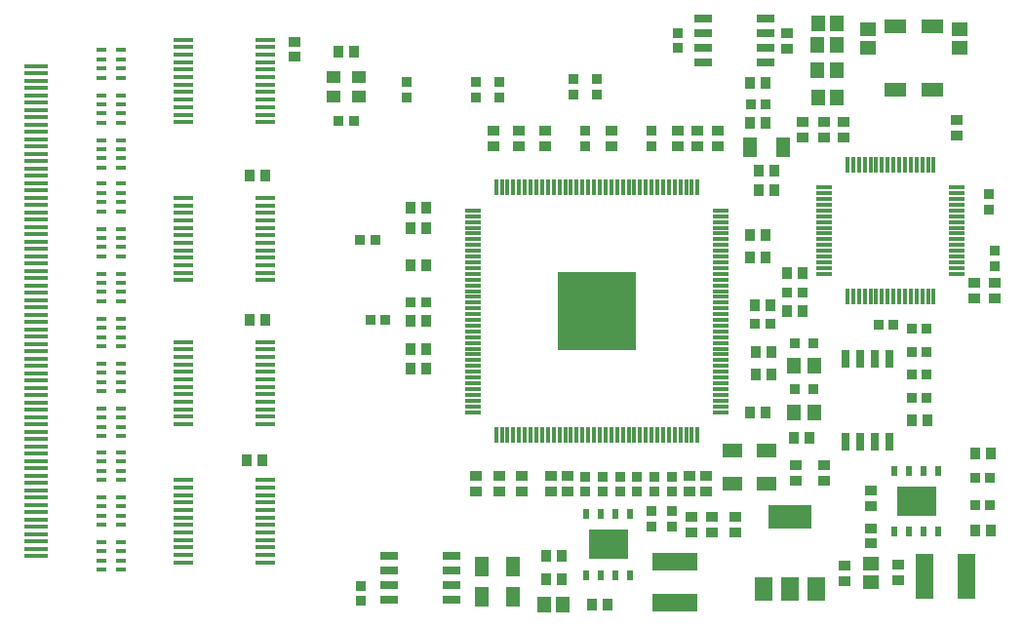
<source format=gtp>
G04*
G04 #@! TF.GenerationSoftware,Altium Limited,Altium Designer,24.2.2 (26)*
G04*
G04 Layer_Color=8421504*
%FSLAX44Y44*%
%MOMM*%
G71*
G04*
G04 #@! TF.SameCoordinates,00A82A7E-E9F6-4F9A-BCAE-F82A0DBAF845*
G04*
G04*
G04 #@! TF.FilePolarity,Positive*
G04*
G01*
G75*
%ADD18R,0.9000X1.0000*%
%ADD19R,0.9500X0.8500*%
%ADD20R,0.5100X0.9000*%
%ADD21R,3.5000X2.6000*%
%ADD22R,1.0000X0.9000*%
%ADD23R,0.8500X0.9500*%
%ADD24R,1.1500X1.3500*%
%ADD25R,0.6500X1.6500*%
%ADD26R,1.8000X1.3000*%
%ADD27R,1.5000X4.0000*%
%ADD28R,1.3000X1.4000*%
%ADD29R,1.4000X1.3000*%
%ADD30R,1.2300X1.8000*%
%ADD31R,1.5250X0.7000*%
%ADD32R,1.3000X1.1000*%
%ADD33R,1.8000X0.4500*%
%ADD34R,0.9000X0.4500*%
%ADD35R,2.0000X0.3800*%
%ADD36R,0.3000X1.4750*%
%ADD37R,1.4750X0.3000*%
%ADD38R,4.0000X1.5000*%
%ADD39R,1.5000X2.0000*%
%ADD40R,3.8000X2.0000*%
%ADD41R,0.9000X0.9500*%
%ADD42R,6.8500X6.8500*%
%ADD43R,1.2000X1.4000*%
%ADD44R,1.9000X1.3000*%
%ADD45R,1.3000X1.8000*%
D18*
X838250Y415000D02*
D03*
X851750D02*
D03*
Y435000D02*
D03*
X838250D02*
D03*
X833250Y517000D02*
D03*
X846750D02*
D03*
X833250Y536000D02*
D03*
X846750D02*
D03*
X870750Y360000D02*
D03*
X884250D02*
D03*
X833250Y382500D02*
D03*
X846750D02*
D03*
X1041750Y346500D02*
D03*
X1028250D02*
D03*
X655750Y237500D02*
D03*
X669250D02*
D03*
Y257500D02*
D03*
X655750D02*
D03*
X709250Y215000D02*
D03*
X695750D02*
D03*
X1041750Y280000D02*
D03*
X1028250D02*
D03*
X551750Y462000D02*
D03*
X538250D02*
D03*
X551750Y420000D02*
D03*
X538250D02*
D03*
X551750Y560000D02*
D03*
X538250D02*
D03*
X551750Y542500D02*
D03*
X538250D02*
D03*
Y510000D02*
D03*
X551750D02*
D03*
X411750Y587500D02*
D03*
X398250D02*
D03*
X411750Y462500D02*
D03*
X398250D02*
D03*
X409750Y341000D02*
D03*
X396250D02*
D03*
X840750Y592500D02*
D03*
X854250D02*
D03*
X865250Y503000D02*
D03*
X878750D02*
D03*
X846750Y668000D02*
D03*
X833250D02*
D03*
X475750Y695000D02*
D03*
X489250D02*
D03*
X986750Y375000D02*
D03*
X973250D02*
D03*
X538250Y437500D02*
D03*
X551750D02*
D03*
X850750Y475000D02*
D03*
X837250D02*
D03*
X840750Y575000D02*
D03*
X854250D02*
D03*
X865250Y470000D02*
D03*
X878750D02*
D03*
X846750Y634000D02*
D03*
X833250D02*
D03*
D19*
X747500Y283326D02*
D03*
Y296326D02*
D03*
X765000Y296326D02*
D03*
Y283326D02*
D03*
X690000Y326500D02*
D03*
Y313500D02*
D03*
X705000Y313500D02*
D03*
Y326500D02*
D03*
X720000Y313500D02*
D03*
Y326500D02*
D03*
X735000Y313500D02*
D03*
Y326500D02*
D03*
X750000Y326500D02*
D03*
Y313500D02*
D03*
X765000Y313500D02*
D03*
Y326500D02*
D03*
X770000Y698500D02*
D03*
Y711500D02*
D03*
X747000Y626500D02*
D03*
Y613500D02*
D03*
X690000Y626500D02*
D03*
Y613500D02*
D03*
X700000Y658500D02*
D03*
Y671500D02*
D03*
X680000Y658500D02*
D03*
Y671500D02*
D03*
X535000Y656000D02*
D03*
Y669000D02*
D03*
X1045000Y509500D02*
D03*
Y522500D02*
D03*
X615000Y656000D02*
D03*
Y669000D02*
D03*
X595000Y656000D02*
D03*
Y669000D02*
D03*
X495000Y218500D02*
D03*
Y231500D02*
D03*
X1040000Y558500D02*
D03*
Y571500D02*
D03*
D20*
X729050Y294000D02*
D03*
X716350D02*
D03*
X703650D02*
D03*
X690950D02*
D03*
Y241000D02*
D03*
X703650D02*
D03*
X716350D02*
D03*
X729050D02*
D03*
X996550Y331500D02*
D03*
X983850D02*
D03*
X971150D02*
D03*
X958450D02*
D03*
Y278500D02*
D03*
X971150D02*
D03*
X983850D02*
D03*
X996550D02*
D03*
D21*
X710000Y267500D02*
D03*
X977500Y305000D02*
D03*
D22*
X782500Y291750D02*
D03*
Y278250D02*
D03*
X780000Y326750D02*
D03*
Y313250D02*
D03*
X795000D02*
D03*
Y326750D02*
D03*
X820000Y278250D02*
D03*
Y291750D02*
D03*
X800000D02*
D03*
Y278250D02*
D03*
X872500Y336750D02*
D03*
Y323250D02*
D03*
X897500Y336750D02*
D03*
Y323250D02*
D03*
X675000Y326750D02*
D03*
Y313250D02*
D03*
X660000Y326750D02*
D03*
Y313250D02*
D03*
X635000Y326750D02*
D03*
Y313250D02*
D03*
X615000Y326750D02*
D03*
Y313250D02*
D03*
X595000Y326750D02*
D03*
Y313250D02*
D03*
X937500Y314250D02*
D03*
Y300750D02*
D03*
Y281750D02*
D03*
Y268250D02*
D03*
X915000Y235750D02*
D03*
Y249250D02*
D03*
X962000Y236250D02*
D03*
Y249750D02*
D03*
X865000Y711750D02*
D03*
Y698250D02*
D03*
X787000Y613250D02*
D03*
Y626750D02*
D03*
X805000Y613250D02*
D03*
Y626750D02*
D03*
X712500Y613250D02*
D03*
Y626750D02*
D03*
X655000Y613250D02*
D03*
Y626750D02*
D03*
X610000Y613250D02*
D03*
Y626750D02*
D03*
X437500Y704250D02*
D03*
Y690750D02*
D03*
X897000Y634750D02*
D03*
Y621250D02*
D03*
X1045000Y481250D02*
D03*
Y494750D02*
D03*
X1012000Y635750D02*
D03*
Y622250D02*
D03*
X632500Y626750D02*
D03*
Y613250D02*
D03*
X1028000Y494750D02*
D03*
Y481250D02*
D03*
X914000Y634750D02*
D03*
Y621250D02*
D03*
X770000Y626750D02*
D03*
Y613250D02*
D03*
X879000Y634750D02*
D03*
Y621250D02*
D03*
D23*
X986500Y455000D02*
D03*
X973500D02*
D03*
X850500Y459000D02*
D03*
X837500D02*
D03*
X957500Y458000D02*
D03*
X944500D02*
D03*
X1041500Y302000D02*
D03*
X1028500D02*
D03*
X1041500Y325000D02*
D03*
X1028500D02*
D03*
X494500Y532000D02*
D03*
X507500D02*
D03*
X516500Y462500D02*
D03*
X503500D02*
D03*
X538500Y478000D02*
D03*
X551500D02*
D03*
X489000Y635000D02*
D03*
X476000D02*
D03*
X878500Y486000D02*
D03*
X865500D02*
D03*
X833500Y650000D02*
D03*
X846500D02*
D03*
X973500Y435000D02*
D03*
X986500D02*
D03*
X986500Y415000D02*
D03*
X973500D02*
D03*
X986500Y395000D02*
D03*
X973500D02*
D03*
D24*
X888750Y422500D02*
D03*
X871250D02*
D03*
X888750Y382500D02*
D03*
X871250D02*
D03*
D25*
X915950Y428500D02*
D03*
X928650D02*
D03*
X941350D02*
D03*
X954050D02*
D03*
Y356500D02*
D03*
X941350D02*
D03*
X928650D02*
D03*
X915950D02*
D03*
D26*
X847500Y349500D02*
D03*
Y320500D02*
D03*
X817500D02*
D03*
Y349500D02*
D03*
D27*
X984500Y240000D02*
D03*
X1020500D02*
D03*
D28*
X654500Y215000D02*
D03*
X670500D02*
D03*
X892000Y656000D02*
D03*
X908000D02*
D03*
X908000Y720000D02*
D03*
X892000D02*
D03*
D29*
X937500Y234500D02*
D03*
Y250500D02*
D03*
X935000Y699000D02*
D03*
Y715000D02*
D03*
X1015000Y699000D02*
D03*
Y715000D02*
D03*
D30*
X627500Y221900D02*
D03*
Y248100D02*
D03*
X600000Y221900D02*
D03*
Y248100D02*
D03*
D31*
X791880Y724050D02*
D03*
Y711350D02*
D03*
Y698650D02*
D03*
Y685950D02*
D03*
X846120D02*
D03*
Y698650D02*
D03*
Y711350D02*
D03*
Y724050D02*
D03*
X574120Y257550D02*
D03*
Y244850D02*
D03*
Y232150D02*
D03*
Y219450D02*
D03*
X519880D02*
D03*
Y232150D02*
D03*
Y244850D02*
D03*
Y257550D02*
D03*
D32*
X493500Y673500D02*
D03*
Y656500D02*
D03*
X471500Y673500D02*
D03*
Y656500D02*
D03*
D33*
X341200Y705750D02*
D03*
Y699250D02*
D03*
Y692750D02*
D03*
Y686250D02*
D03*
Y679750D02*
D03*
Y673250D02*
D03*
Y666750D02*
D03*
Y660250D02*
D03*
Y653750D02*
D03*
Y647250D02*
D03*
Y640750D02*
D03*
Y634250D02*
D03*
X412200D02*
D03*
Y640750D02*
D03*
Y647250D02*
D03*
Y653750D02*
D03*
Y660250D02*
D03*
Y666750D02*
D03*
Y673250D02*
D03*
Y679750D02*
D03*
Y686250D02*
D03*
Y692750D02*
D03*
Y699250D02*
D03*
Y705750D02*
D03*
Y568450D02*
D03*
Y561950D02*
D03*
Y555450D02*
D03*
Y548950D02*
D03*
Y542450D02*
D03*
Y535950D02*
D03*
Y529450D02*
D03*
Y522950D02*
D03*
Y516450D02*
D03*
Y509950D02*
D03*
Y503450D02*
D03*
Y496950D02*
D03*
X341200D02*
D03*
Y503450D02*
D03*
Y509950D02*
D03*
Y516450D02*
D03*
Y522950D02*
D03*
Y529450D02*
D03*
Y535950D02*
D03*
Y542450D02*
D03*
Y548950D02*
D03*
Y555450D02*
D03*
Y561950D02*
D03*
Y568450D02*
D03*
X412200Y443450D02*
D03*
Y436950D02*
D03*
Y430450D02*
D03*
Y423950D02*
D03*
Y417450D02*
D03*
Y410950D02*
D03*
Y404450D02*
D03*
Y397950D02*
D03*
Y391450D02*
D03*
Y384950D02*
D03*
Y378450D02*
D03*
Y371950D02*
D03*
X341200D02*
D03*
Y378450D02*
D03*
Y384950D02*
D03*
Y391450D02*
D03*
Y397950D02*
D03*
Y404450D02*
D03*
Y410950D02*
D03*
Y417450D02*
D03*
Y423950D02*
D03*
Y430450D02*
D03*
Y436950D02*
D03*
Y443450D02*
D03*
X412200Y323450D02*
D03*
Y316950D02*
D03*
Y310450D02*
D03*
Y303950D02*
D03*
Y297450D02*
D03*
Y290950D02*
D03*
Y284450D02*
D03*
Y277950D02*
D03*
Y271450D02*
D03*
Y264950D02*
D03*
Y258450D02*
D03*
Y251950D02*
D03*
X341200D02*
D03*
Y258450D02*
D03*
Y264950D02*
D03*
Y271450D02*
D03*
Y277950D02*
D03*
Y284450D02*
D03*
Y290950D02*
D03*
Y297450D02*
D03*
Y303950D02*
D03*
Y310450D02*
D03*
Y316950D02*
D03*
Y323450D02*
D03*
D34*
X287200Y253700D02*
D03*
Y245700D02*
D03*
Y269700D02*
D03*
Y261700D02*
D03*
X270200D02*
D03*
Y269700D02*
D03*
Y245700D02*
D03*
Y253700D02*
D03*
X287200Y369700D02*
D03*
Y361700D02*
D03*
Y385700D02*
D03*
Y377700D02*
D03*
X270200D02*
D03*
Y385700D02*
D03*
Y361700D02*
D03*
Y369700D02*
D03*
X287200Y331700D02*
D03*
Y323700D02*
D03*
Y347700D02*
D03*
Y339700D02*
D03*
X270200D02*
D03*
Y347700D02*
D03*
Y323700D02*
D03*
Y331700D02*
D03*
X287200Y408700D02*
D03*
Y400700D02*
D03*
Y424700D02*
D03*
Y416700D02*
D03*
X270200D02*
D03*
Y424700D02*
D03*
Y400700D02*
D03*
Y408700D02*
D03*
X287200Y447700D02*
D03*
Y439700D02*
D03*
Y463700D02*
D03*
Y455700D02*
D03*
X270200D02*
D03*
Y463700D02*
D03*
Y439700D02*
D03*
Y447700D02*
D03*
X287200Y486700D02*
D03*
Y478700D02*
D03*
Y502700D02*
D03*
Y494700D02*
D03*
X270200D02*
D03*
Y502700D02*
D03*
Y478700D02*
D03*
Y486700D02*
D03*
X287200Y525700D02*
D03*
Y517700D02*
D03*
Y541700D02*
D03*
Y533700D02*
D03*
X270200D02*
D03*
Y541700D02*
D03*
Y517700D02*
D03*
Y525700D02*
D03*
X287200Y564700D02*
D03*
Y556700D02*
D03*
Y580700D02*
D03*
Y572700D02*
D03*
X270200D02*
D03*
Y580700D02*
D03*
Y556700D02*
D03*
Y564700D02*
D03*
X287200Y602700D02*
D03*
Y594700D02*
D03*
Y618700D02*
D03*
Y610700D02*
D03*
X270200D02*
D03*
Y618700D02*
D03*
Y594700D02*
D03*
Y602700D02*
D03*
X287200Y641700D02*
D03*
Y633700D02*
D03*
Y657700D02*
D03*
Y649700D02*
D03*
X270200D02*
D03*
Y657700D02*
D03*
Y633700D02*
D03*
Y641700D02*
D03*
X287200Y680700D02*
D03*
Y672700D02*
D03*
Y696700D02*
D03*
Y688700D02*
D03*
X270200D02*
D03*
Y696700D02*
D03*
Y672700D02*
D03*
Y680700D02*
D03*
X287200Y292700D02*
D03*
Y284700D02*
D03*
Y308700D02*
D03*
Y300700D02*
D03*
X270200D02*
D03*
Y308700D02*
D03*
Y284700D02*
D03*
Y292700D02*
D03*
D35*
X213000Y257275D02*
D03*
Y269975D02*
D03*
Y282675D02*
D03*
Y295375D02*
D03*
Y308075D02*
D03*
Y320775D02*
D03*
Y333475D02*
D03*
Y346175D02*
D03*
Y358875D02*
D03*
Y371575D02*
D03*
Y384275D02*
D03*
Y396975D02*
D03*
Y409675D02*
D03*
Y422375D02*
D03*
Y435075D02*
D03*
Y447775D02*
D03*
Y460475D02*
D03*
Y473175D02*
D03*
Y485875D02*
D03*
Y498575D02*
D03*
Y511275D02*
D03*
Y523975D02*
D03*
Y536675D02*
D03*
Y549375D02*
D03*
Y562075D02*
D03*
Y574775D02*
D03*
Y587475D02*
D03*
Y600175D02*
D03*
Y612875D02*
D03*
Y650975D02*
D03*
Y663675D02*
D03*
Y676375D02*
D03*
Y263625D02*
D03*
Y276325D02*
D03*
Y289025D02*
D03*
Y301725D02*
D03*
Y314425D02*
D03*
Y327125D02*
D03*
Y339825D02*
D03*
Y352525D02*
D03*
Y365225D02*
D03*
Y377925D02*
D03*
Y390625D02*
D03*
Y403325D02*
D03*
Y416025D02*
D03*
Y428725D02*
D03*
Y441425D02*
D03*
Y454125D02*
D03*
Y466825D02*
D03*
Y479525D02*
D03*
Y492225D02*
D03*
Y504925D02*
D03*
Y517625D02*
D03*
Y530325D02*
D03*
Y543025D02*
D03*
Y555725D02*
D03*
Y568425D02*
D03*
Y581125D02*
D03*
Y593825D02*
D03*
Y606525D02*
D03*
Y619225D02*
D03*
Y657325D02*
D03*
Y670025D02*
D03*
Y682725D02*
D03*
Y625575D02*
D03*
Y631925D02*
D03*
Y638275D02*
D03*
Y644625D02*
D03*
D36*
X922500Y597380D02*
D03*
X937500D02*
D03*
X992500D02*
D03*
X987500D02*
D03*
X982500D02*
D03*
X977500D02*
D03*
X972500D02*
D03*
X967500D02*
D03*
X962500D02*
D03*
X957500D02*
D03*
X942500D02*
D03*
X932500D02*
D03*
X927500D02*
D03*
X917500D02*
D03*
Y482620D02*
D03*
X922500D02*
D03*
X927500D02*
D03*
X932500D02*
D03*
X937500D02*
D03*
X942500D02*
D03*
X947500D02*
D03*
X952500D02*
D03*
X957500D02*
D03*
X962500D02*
D03*
X967500D02*
D03*
X972500D02*
D03*
X977500D02*
D03*
X982500D02*
D03*
X987500D02*
D03*
X992500D02*
D03*
X947500Y597380D02*
D03*
X952500D02*
D03*
X747500Y577380D02*
D03*
X627500D02*
D03*
X787500D02*
D03*
X782500D02*
D03*
X777500D02*
D03*
X772500D02*
D03*
X767500D02*
D03*
X762500D02*
D03*
X757500D02*
D03*
X752500D02*
D03*
X742500D02*
D03*
X737500D02*
D03*
X732500D02*
D03*
X727500D02*
D03*
X722500D02*
D03*
X717500D02*
D03*
X712500D02*
D03*
X707500D02*
D03*
X702500D02*
D03*
X697500D02*
D03*
X692500D02*
D03*
X687500D02*
D03*
X682500D02*
D03*
X677500D02*
D03*
X672500D02*
D03*
X667500D02*
D03*
X662500D02*
D03*
X657500D02*
D03*
X652500D02*
D03*
X647500D02*
D03*
X642500D02*
D03*
X637500D02*
D03*
X632500D02*
D03*
X622500D02*
D03*
X617500D02*
D03*
X612500D02*
D03*
Y362620D02*
D03*
X617500D02*
D03*
X622500D02*
D03*
X627500D02*
D03*
X632500D02*
D03*
X637500D02*
D03*
X642500D02*
D03*
X647500D02*
D03*
X652500D02*
D03*
X657500D02*
D03*
X662500D02*
D03*
X667500D02*
D03*
X672500D02*
D03*
X677500D02*
D03*
X682500D02*
D03*
X687500D02*
D03*
X692500D02*
D03*
X697500D02*
D03*
X702500D02*
D03*
X707500D02*
D03*
X712500D02*
D03*
X717500D02*
D03*
X722500D02*
D03*
X727500D02*
D03*
X732500D02*
D03*
X737500D02*
D03*
X742500D02*
D03*
X747500D02*
D03*
X752500D02*
D03*
X757500D02*
D03*
X762500D02*
D03*
X767500D02*
D03*
X772500D02*
D03*
X777500D02*
D03*
X782500D02*
D03*
X787500D02*
D03*
D37*
X897620Y572500D02*
D03*
X1012380D02*
D03*
X897620Y577500D02*
D03*
Y567500D02*
D03*
Y562500D02*
D03*
Y557500D02*
D03*
Y552500D02*
D03*
Y547500D02*
D03*
Y542500D02*
D03*
Y537500D02*
D03*
Y532500D02*
D03*
Y527500D02*
D03*
Y522500D02*
D03*
Y517500D02*
D03*
Y512500D02*
D03*
Y507500D02*
D03*
Y502500D02*
D03*
X1012380D02*
D03*
Y507500D02*
D03*
Y512500D02*
D03*
Y517500D02*
D03*
Y522500D02*
D03*
Y527500D02*
D03*
Y532500D02*
D03*
Y537500D02*
D03*
Y542500D02*
D03*
Y547500D02*
D03*
Y552500D02*
D03*
Y557500D02*
D03*
Y562500D02*
D03*
Y567500D02*
D03*
Y577500D02*
D03*
X592620Y527500D02*
D03*
Y477500D02*
D03*
X807380Y472500D02*
D03*
X592620Y532500D02*
D03*
Y547500D02*
D03*
Y557500D02*
D03*
Y552500D02*
D03*
Y542500D02*
D03*
Y537500D02*
D03*
Y522500D02*
D03*
Y517500D02*
D03*
Y512500D02*
D03*
Y507500D02*
D03*
Y502500D02*
D03*
Y497500D02*
D03*
Y492500D02*
D03*
Y487500D02*
D03*
Y482500D02*
D03*
Y472500D02*
D03*
Y467500D02*
D03*
Y462500D02*
D03*
Y457500D02*
D03*
Y452500D02*
D03*
Y447500D02*
D03*
Y442500D02*
D03*
Y437500D02*
D03*
Y432500D02*
D03*
Y427500D02*
D03*
Y422500D02*
D03*
Y417500D02*
D03*
Y412500D02*
D03*
Y407500D02*
D03*
Y402500D02*
D03*
Y397500D02*
D03*
Y392500D02*
D03*
Y387500D02*
D03*
Y382500D02*
D03*
X807380D02*
D03*
Y387500D02*
D03*
Y392500D02*
D03*
Y397500D02*
D03*
Y402500D02*
D03*
Y407500D02*
D03*
Y412500D02*
D03*
Y417500D02*
D03*
Y422500D02*
D03*
Y427500D02*
D03*
Y432500D02*
D03*
Y437500D02*
D03*
Y442500D02*
D03*
Y447500D02*
D03*
Y452500D02*
D03*
Y457500D02*
D03*
Y462500D02*
D03*
Y467500D02*
D03*
Y477500D02*
D03*
Y482500D02*
D03*
Y487500D02*
D03*
Y492500D02*
D03*
Y497500D02*
D03*
Y502500D02*
D03*
Y507500D02*
D03*
Y512500D02*
D03*
Y517500D02*
D03*
Y522500D02*
D03*
Y527500D02*
D03*
Y532500D02*
D03*
Y537500D02*
D03*
Y542500D02*
D03*
Y547500D02*
D03*
Y552500D02*
D03*
Y557500D02*
D03*
D38*
X767500Y253000D02*
D03*
Y217000D02*
D03*
D39*
X844500Y228500D02*
D03*
X867500D02*
D03*
X890500D02*
D03*
D40*
X867500Y291500D02*
D03*
D41*
X888000Y442500D02*
D03*
X872000D02*
D03*
X888000Y402500D02*
D03*
X872000D02*
D03*
D42*
X700000Y470000D02*
D03*
D43*
X891500Y679000D02*
D03*
Y701000D02*
D03*
X908500D02*
D03*
Y679000D02*
D03*
D44*
X959000Y662500D02*
D03*
Y717500D02*
D03*
X991000D02*
D03*
Y662500D02*
D03*
D45*
X833000Y612500D02*
D03*
X862000D02*
D03*
M02*

</source>
